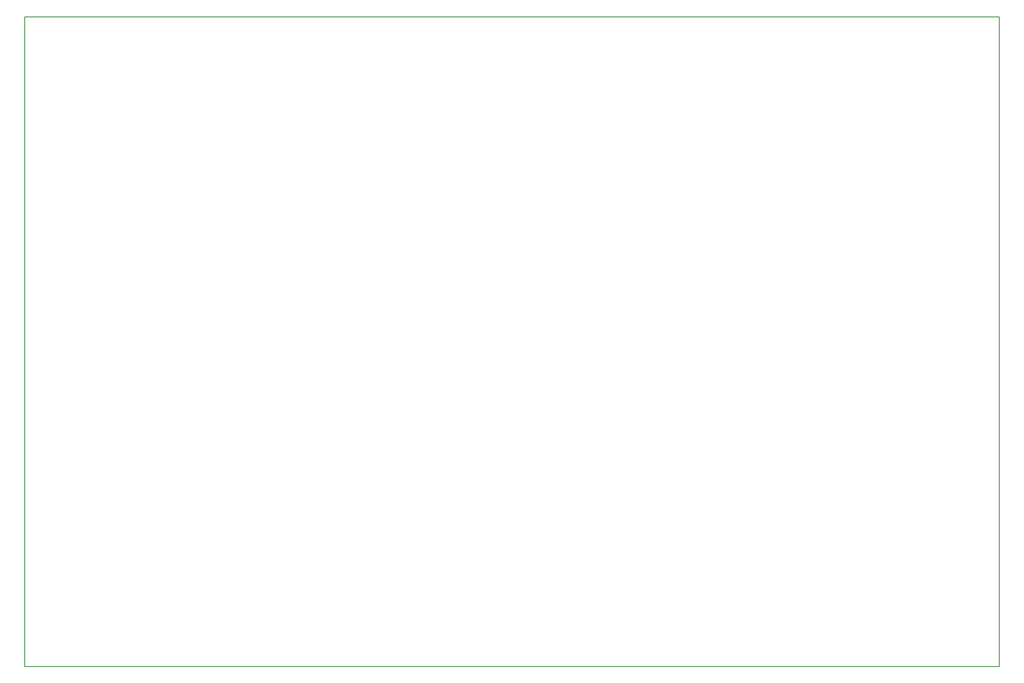
<source format=gbr>
G04 #@! TF.FileFunction,Profile,NP*
%FSLAX46Y46*%
G04 Gerber Fmt 4.6, Leading zero omitted, Abs format (unit mm)*
G04 Created by KiCad (PCBNEW 4.0.6) date Fri Aug  3 14:49:23 2018*
%MOMM*%
%LPD*%
G01*
G04 APERTURE LIST*
%ADD10C,0.100000*%
%ADD11C,0.150000*%
G04 APERTURE END LIST*
D10*
D11*
X292100000Y-50800000D02*
X101600000Y-50800000D01*
X292100000Y-177800000D02*
X292100000Y-50800000D01*
X101600000Y-177800000D02*
X292100000Y-177800000D01*
X101600000Y-50800000D02*
X101600000Y-177800000D01*
M02*

</source>
